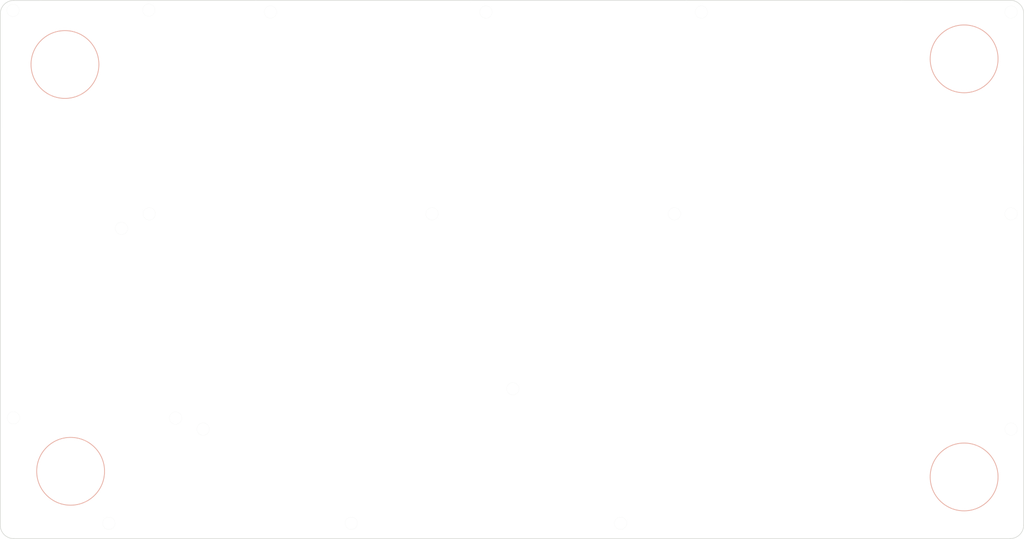
<source format=kicad_pcb>
(kicad_pcb (version 20221018) (generator pcbnew)
  (layers (0 "F.Cu" signal) (31 "B.Cu" signal) (34 "B.Paste" user) (35 "F.Paste" user) (36 "B.SilkS" user "B.Silkscreen") (37 "F.SilkS" user "F.Silkscreen") (38 "B.Mask" user) (39 "F.Mask" user) (44 "Edge.Cuts" user))
  (net 0 "")
  (footprint "kbd_Hole:m2_Screw_Hole_EdgeCuts" (layer "F.Cu") (at 142.875 123.825)
    (fp_text reference "Ref**" hide)
    (fp_text value "Val**" hide)
    (fp_circle (center 0 0) (end 1.1 0) (stroke (width 0.01)) (fill none) (layer "Edge.Cuts"))
  )
  (footprint "kbd_Hole:m2_Screw_Hole_EdgeCuts" (layer "F.Cu") (at 52.3875 123.825)
    (fp_text reference "Ref**" hide)
    (fp_text value "Val**" hide)
    (fp_circle (center 0 0) (end 1.1 0) (stroke (width 0.01)) (fill none) (layer "Edge.Cuts"))
  )
  (footprint "kbd_Hole:m2_Screw_Hole_EdgeCuts" (layer "F.Cu") (at 64.195 105.205)
    (fp_text reference "Ref**" hide)
    (fp_text value "Val**" hide)
    (fp_circle (center 0 0) (end 1.1 0) (stroke (width 0.01)) (fill none) (layer "Edge.Cuts"))
  )
  (footprint "kbd_Hole:m2_Screw_Hole_EdgeCuts" (layer "F.Cu") (at 109.5375 69.05625)
    (fp_text reference "Ref**" hide)
    (fp_text value "Val**" hide)
    (fp_circle (center 0 0) (end 1.1 0) (stroke (width 0.01)) (fill none) (layer "Edge.Cuts"))
  )
  (footprint "kbd_Hole:m2_Screw_Hole_EdgeCuts" (layer "F.Cu") (at 35.515 105.165)
    (fp_text reference "Ref**" hide)
    (fp_text value "Val**" hide)
    (fp_circle (center 0 0) (end 1.1 0) (stroke (width 0.01)) (fill none) (layer "Edge.Cuts"))
  )
  (footprint "kbd_Hole:m2_Screw_Hole_EdgeCuts" (layer "F.Cu") (at 69.05625 107.15625)
    (fp_text reference "Ref**" hide)
    (fp_text value "Val**" hide)
    (fp_circle (center 0 0) (end 1.1 0) (stroke (width 0.01)) (fill none) (layer "Edge.Cuts"))
  )
  (footprint "kbd_Hole:m2_Screw_Hole_EdgeCuts" (layer "F.Cu") (at 119.0625 33.3375)
    (fp_text reference "Ref**" hide)
    (fp_text value "Val**" hide)
    (fp_circle (center 0 0) (end 1.1 0) (stroke (width 0.01)) (fill none) (layer "Edge.Cuts"))
  )
  (footprint "kbd_Hole:m2_Screw_Hole_EdgeCuts" (layer "F.Cu") (at 211.93125 107.15625)
    (fp_text reference "Ref**" hide)
    (fp_text value "Val**" hide)
    (fp_circle (center 0 0) (end 1.1 0) (stroke (width 0.01)) (fill none) (layer "Edge.Cuts"))
  )
  (footprint "kbd_Hole:m2_Screw_Hole_EdgeCuts" (layer "F.Cu") (at 59.53125 69.05625)
    (fp_text reference "Ref**" hide)
    (fp_text value "Val**" hide)
    (fp_circle (center 0 0) (end 1.1 0) (stroke (width 0.01)) (fill none) (layer "Edge.Cuts"))
  )
  (footprint "kbd_Hole:m2_Screw_Hole_EdgeCuts" (layer "F.Cu") (at 54.625 71.625)
    (fp_text reference "Ref**" hide)
    (fp_text value "Val**" hide)
    (fp_circle (center 0 0) (end 1.1 0) (stroke (width 0.01)) (fill none) (layer "Edge.Cuts"))
  )
  (footprint "kbd_Hole:m2_Screw_Hole_EdgeCuts" (layer "F.Cu") (at 211.93125 69.05625)
    (fp_text reference "Ref**" hide)
    (fp_text value "Val**" hide)
    (fp_circle (center 0 0) (end 1.1 0) (stroke (width 0.01)) (fill none) (layer "Edge.Cuts"))
  )
  (footprint "kbd_Hole:m2_Screw_Hole_EdgeCuts" (layer "F.Cu") (at 157.1625 33.3375)
    (fp_text reference "Ref**" hide)
    (fp_text value "Val**" hide)
    (fp_circle (center 0 0) (end 1.1 0) (stroke (width 0.01)) (fill none) (layer "Edge.Cuts"))
  )
  (footprint "kbd_Hole:m2_Screw_Hole_EdgeCuts" (layer "F.Cu") (at 80.9625 33.3375)
    (fp_text reference "Ref**" hide)
    (fp_text value "Val**" hide)
    (fp_circle (center 0 0) (end 1.1 0) (stroke (width 0.01)) (fill none) (layer "Edge.Cuts"))
  )
  (footprint "kbd_Hole:m2_Screw_Hole_EdgeCuts" (layer "F.Cu") (at 211.93125 33.3375)
    (fp_text reference "Ref**" hide)
    (fp_text value "Val**" hide)
    (fp_circle (center 0 0) (end 1.1 0) (stroke (width 0.01)) (fill none) (layer "Edge.Cuts"))
  )
  (footprint "kbd_Hole:m2_Screw_Hole_EdgeCuts" (layer "F.Cu") (at 59.445 32.995)
    (fp_text reference "Ref**" hide)
    (fp_text value "Val**" hide)
    (fp_circle (center 0 0) (end 1.1 0) (stroke (width 0.01)) (fill none) (layer "Edge.Cuts"))
  )
  (footprint "kbd_Hole:m2_Screw_Hole_EdgeCuts" (layer "F.Cu") (at 35.435 33.045)
    (fp_text reference "Ref**" hide)
    (fp_text value "Val**" hide)
    (fp_circle (center 0 0) (end 1.1 0) (stroke (width 0.01)) (fill none) (layer "Edge.Cuts"))
  )
  (footprint "kbd_Hole:m2_Screw_Hole_EdgeCuts" (layer "F.Cu") (at 95.25 123.825)
    (fp_text reference "Ref**" hide)
    (fp_text value "Val**" hide)
    (fp_circle (center 0 0) (end 1.1 0) (stroke (width 0.01)) (fill none) (layer "Edge.Cuts"))
  )
  (footprint "kbd_Hole:m2_Screw_Hole_EdgeCuts" (layer "F.Cu") (at 123.825 100.0125)
    (fp_text reference "Ref**" hide)
    (fp_text value "Val**" hide)
    (fp_circle (center 0 0) (end 1.1 0) (stroke (width 0.01)) (fill none) (layer "Edge.Cuts"))
  )
  (footprint "kbd_Hole:m2_Screw_Hole_EdgeCuts" (layer "F.Cu") (at 152.4 69.05625)
    (fp_text reference "Ref**" hide)
    (fp_text value "Val**" hide)
    (fp_circle (center 0 0) (end 1.1 0) (stroke (width 0.01)) (fill none) (layer "Edge.Cuts"))
  )
  (gr_circle (center 44.625 42.625) (end 44.625 48.625) (stroke (width 0.15)) (fill none) (layer "B.SilkS"))
  (gr_circle (center 45.625 114.625) (end 45.625 120.625) (stroke (width 0.15)) (fill none) (layer "B.SilkS"))
  (gr_circle (center 203.625 115.625) (end 203.625 121.625) (stroke (width 0.15)) (fill none) (layer "B.SilkS"))
  (gr_circle (center 203.625 41.625) (end 203.625 47.625) (stroke (width 0.15)) (fill none) (layer "B.SilkS"))
  (gr_arc (start 33.187548 33.66625) (mid 33.885 31.982452) (end 35.568798 31.285) (stroke (width 0.1)) (layer "Edge.Cuts"))
  (gr_line (start 211.791202 31.257548) (end 35.568798 31.285) (stroke (width 0.1)) (layer "Edge.Cuts"))
  (gr_line (start 214.172452 33.638798) (end 214.152452 124.151202) (stroke (width 0.1)) (layer "Edge.Cuts"))
  (gr_line (start 33.187548 33.66625) (end 33.193798 124.379952) (stroke (width 0.1)) (layer "Edge.Cuts"))
  (gr_arc (start 35.568798 126.537192) (mid 33.964561 125.917376) (end 33.193799 124.379952) (stroke (width 0.1)) (layer "Edge.Cuts"))
  (gr_arc (start 214.152452 124.151202) (mid 213.455 125.835) (end 211.771202 126.532452) (stroke (width 0.1)) (layer "Edge.Cuts"))
  (gr_line (start 35.568798 126.532452) (end 211.771202 126.532452) (stroke (width 0.1)) (layer "Edge.Cuts"))
  (gr_arc (start 211.791202 31.257548) (mid 213.475 31.955) (end 214.172452 33.638798) (stroke (width 0.1)) (layer "Edge.Cuts"))
)
</source>
